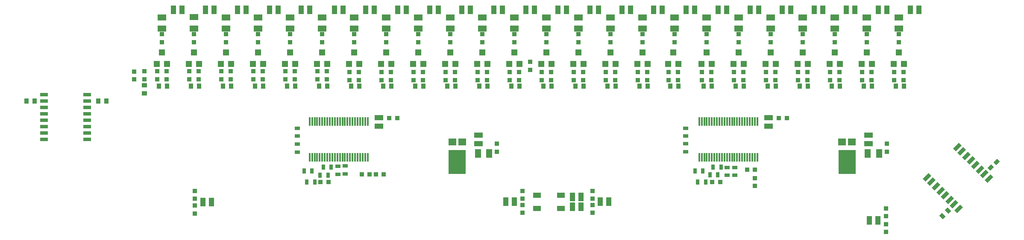
<source format=gtp>
G04*
G04 #@! TF.GenerationSoftware,Altium Limited,Altium Designer,19.0.4 (130)*
G04*
G04 Layer_Color=8421504*
%FSAX25Y25*%
%MOIN*%
G70*
G01*
G75*
G04:AMPARAMS|DCode=22|XSize=39mil|YSize=32mil|CornerRadius=0mil|HoleSize=0mil|Usage=FLASHONLY|Rotation=45.000|XOffset=0mil|YOffset=0mil|HoleType=Round|Shape=Rectangle|*
%AMROTATEDRECTD22*
4,1,4,-0.00248,-0.02510,-0.02510,-0.00248,0.00248,0.02510,0.02510,0.00248,-0.00248,-0.02510,0.0*
%
%ADD22ROTATEDRECTD22*%

G04:AMPARAMS|DCode=23|XSize=64.96mil|YSize=29.92mil|CornerRadius=0mil|HoleSize=0mil|Usage=FLASHONLY|Rotation=225.000|XOffset=0mil|YOffset=0mil|HoleType=Round|Shape=Rectangle|*
%AMROTATEDRECTD23*
4,1,4,0.01239,0.03355,0.03355,0.01239,-0.01239,-0.03355,-0.03355,-0.01239,0.01239,0.03355,0.0*
%
%ADD23ROTATEDRECTD23*%

%ADD24R,0.01181X0.07087*%
%ADD25R,0.06496X0.02992*%
%ADD26R,0.03800X0.03500*%
%ADD27R,0.03200X0.03900*%
G04:AMPARAMS|DCode=28|XSize=39mil|YSize=32mil|CornerRadius=0mil|HoleSize=0mil|Usage=FLASHONLY|Rotation=315.000|XOffset=0mil|YOffset=0mil|HoleType=Round|Shape=Rectangle|*
%AMROTATEDRECTD28*
4,1,4,-0.02510,0.00248,-0.00248,0.02510,0.02510,-0.00248,0.00248,-0.02510,-0.02510,0.00248,0.0*
%
%ADD28ROTATEDRECTD28*%

%ADD29R,0.04400X0.06600*%
%ADD30R,0.06000X0.05512*%
%ADD31R,0.13228X0.19134*%
%ADD32R,0.04000X0.03000*%
%ADD33R,0.07000X0.04500*%
%ADD34R,0.04500X0.07000*%
%ADD35R,0.06600X0.04400*%
%ADD36R,0.03500X0.03800*%
%ADD37R,0.06000X0.04000*%
%ADD38R,0.03900X0.03200*%
%ADD39R,0.03000X0.04000*%
%ADD40R,0.04500X0.05000*%
D22*
X0914227Y0067127D02*
D03*
X0909773Y0062673D02*
D03*
D23*
X0908420Y0054171D02*
D03*
X0884729Y0030480D02*
D03*
X0881193Y0034016D02*
D03*
X0877658Y0037551D02*
D03*
X0874122Y0041087D02*
D03*
X0870587Y0044622D02*
D03*
X0867051Y0048158D02*
D03*
X0863516Y0051693D02*
D03*
X0859980Y0055229D02*
D03*
X0883671Y0078920D02*
D03*
X0887207Y0075384D02*
D03*
X0890742Y0071849D02*
D03*
X0894278Y0068313D02*
D03*
X0897813Y0064778D02*
D03*
X0901349Y0061242D02*
D03*
X0904884Y0057707D02*
D03*
D24*
X0421610Y0070890D02*
D03*
X0423579Y0098843D02*
D03*
X0421610D02*
D03*
X0419642D02*
D03*
X0417673D02*
D03*
X0415705D02*
D03*
X0413736D02*
D03*
X0411768D02*
D03*
X0409799D02*
D03*
X0407831D02*
D03*
X0405862D02*
D03*
X0403894D02*
D03*
X0401925D02*
D03*
X0399957D02*
D03*
X0397988D02*
D03*
X0396020D02*
D03*
X0394051D02*
D03*
X0392083D02*
D03*
X0390114D02*
D03*
X0388146D02*
D03*
X0386177D02*
D03*
X0384209D02*
D03*
X0382240D02*
D03*
X0380272D02*
D03*
X0378303D02*
D03*
Y0070890D02*
D03*
X0380272D02*
D03*
X0382240D02*
D03*
X0384209D02*
D03*
X0386177D02*
D03*
X0388146D02*
D03*
X0390114D02*
D03*
X0392083D02*
D03*
X0394051D02*
D03*
X0396020D02*
D03*
X0397988D02*
D03*
X0399957D02*
D03*
X0401925D02*
D03*
X0403894D02*
D03*
X0405862D02*
D03*
X0407831D02*
D03*
X0409799D02*
D03*
X0411768D02*
D03*
X0413736D02*
D03*
X0415705D02*
D03*
X0417673D02*
D03*
X0419642D02*
D03*
X0423579D02*
D03*
X0727579D02*
D03*
X0725610D02*
D03*
X0723642D02*
D03*
X0721673D02*
D03*
X0719705D02*
D03*
X0717736D02*
D03*
X0715768D02*
D03*
X0713799D02*
D03*
X0711831D02*
D03*
X0709862D02*
D03*
X0707894D02*
D03*
X0705925D02*
D03*
X0703957D02*
D03*
X0701988D02*
D03*
X0700020D02*
D03*
X0698051D02*
D03*
X0696083D02*
D03*
X0694114D02*
D03*
X0692146D02*
D03*
X0690177D02*
D03*
X0688209D02*
D03*
X0686240D02*
D03*
X0684272D02*
D03*
X0682303D02*
D03*
Y0098843D02*
D03*
X0684272D02*
D03*
X0686240D02*
D03*
X0688209D02*
D03*
X0690177D02*
D03*
X0692146D02*
D03*
X0694114D02*
D03*
X0696083D02*
D03*
X0698051D02*
D03*
X0700020D02*
D03*
X0701988D02*
D03*
X0703957D02*
D03*
X0705925D02*
D03*
X0707894D02*
D03*
X0709862D02*
D03*
X0711831D02*
D03*
X0713799D02*
D03*
X0715768D02*
D03*
X0717736D02*
D03*
X0719705D02*
D03*
X0721673D02*
D03*
X0723642D02*
D03*
X0725610D02*
D03*
X0727579D02*
D03*
D25*
X0171148Y0109900D02*
D03*
X0204652Y0119900D02*
D03*
Y0114900D02*
D03*
Y0109900D02*
D03*
Y0104900D02*
D03*
Y0099900D02*
D03*
Y0094900D02*
D03*
Y0089900D02*
D03*
Y0084900D02*
D03*
X0171148D02*
D03*
Y0089900D02*
D03*
Y0094900D02*
D03*
Y0099900D02*
D03*
Y0104900D02*
D03*
Y0114900D02*
D03*
Y0119900D02*
D03*
D26*
X0288701Y0026900D02*
D03*
X0828100Y0024650D02*
D03*
Y0030850D02*
D03*
Y0012350D02*
D03*
Y0018550D02*
D03*
X0288701Y0033100D02*
D03*
Y0038400D02*
D03*
Y0044600D02*
D03*
X0249500Y0131766D02*
D03*
Y0137966D02*
D03*
X0259260D02*
D03*
Y0131766D02*
D03*
X0266740D02*
D03*
Y0137966D02*
D03*
X0284283Y0137990D02*
D03*
Y0131790D02*
D03*
X0291764D02*
D03*
Y0137990D02*
D03*
X0309260Y0137966D02*
D03*
Y0131766D02*
D03*
X0316740D02*
D03*
Y0137966D02*
D03*
X0334260D02*
D03*
Y0131766D02*
D03*
X0341740D02*
D03*
Y0137966D02*
D03*
X0359260D02*
D03*
Y0131766D02*
D03*
X0366740D02*
D03*
Y0137966D02*
D03*
X0384260D02*
D03*
Y0131766D02*
D03*
X0391740D02*
D03*
Y0137966D02*
D03*
X0409260Y0137466D02*
D03*
Y0131266D02*
D03*
X0416740D02*
D03*
Y0137466D02*
D03*
X0434260D02*
D03*
Y0131266D02*
D03*
X0838000Y0166966D02*
D03*
Y0160766D02*
D03*
X0813000D02*
D03*
Y0166966D02*
D03*
X0788000D02*
D03*
Y0160766D02*
D03*
X0763000D02*
D03*
Y0166966D02*
D03*
X0738000D02*
D03*
Y0160766D02*
D03*
X0713000D02*
D03*
Y0166966D02*
D03*
X0688000D02*
D03*
Y0160766D02*
D03*
X0663000D02*
D03*
Y0166966D02*
D03*
X0638000D02*
D03*
Y0160766D02*
D03*
X0613000D02*
D03*
Y0166966D02*
D03*
X0588000D02*
D03*
Y0160766D02*
D03*
X0563000D02*
D03*
Y0166966D02*
D03*
X0550500Y0139266D02*
D03*
Y0145466D02*
D03*
X0841740Y0137466D02*
D03*
Y0131266D02*
D03*
X0834260D02*
D03*
Y0137466D02*
D03*
X0816740D02*
D03*
Y0131266D02*
D03*
X0809260D02*
D03*
Y0137466D02*
D03*
X0791740D02*
D03*
Y0131266D02*
D03*
X0784260D02*
D03*
Y0137466D02*
D03*
X0766740D02*
D03*
Y0131266D02*
D03*
X0759260D02*
D03*
Y0137466D02*
D03*
X0741740D02*
D03*
Y0131266D02*
D03*
X0734260D02*
D03*
Y0137466D02*
D03*
X0716740D02*
D03*
Y0131266D02*
D03*
X0709260D02*
D03*
Y0137466D02*
D03*
X0691740D02*
D03*
Y0131266D02*
D03*
X0684260D02*
D03*
Y0137466D02*
D03*
X0665740D02*
D03*
Y0131266D02*
D03*
X0658260D02*
D03*
Y0137466D02*
D03*
X0641740D02*
D03*
Y0131266D02*
D03*
X0634260D02*
D03*
Y0137466D02*
D03*
X0616740D02*
D03*
Y0131266D02*
D03*
X0609260D02*
D03*
Y0137466D02*
D03*
X0591740D02*
D03*
Y0131266D02*
D03*
X0584260D02*
D03*
Y0137466D02*
D03*
X0566740D02*
D03*
Y0131266D02*
D03*
X0559260D02*
D03*
Y0137466D02*
D03*
X0538000Y0160766D02*
D03*
Y0166966D02*
D03*
X0513000D02*
D03*
Y0160766D02*
D03*
X0488000D02*
D03*
Y0166966D02*
D03*
X0463000D02*
D03*
Y0160766D02*
D03*
X0438000D02*
D03*
Y0166966D02*
D03*
X0413000D02*
D03*
Y0160766D02*
D03*
X0388000D02*
D03*
Y0166966D02*
D03*
X0363000D02*
D03*
Y0160766D02*
D03*
X0338000D02*
D03*
Y0166966D02*
D03*
X0313000D02*
D03*
Y0160766D02*
D03*
X0288024Y0160790D02*
D03*
Y0166990D02*
D03*
X0263000Y0166966D02*
D03*
Y0160766D02*
D03*
X0241500Y0137931D02*
D03*
Y0131731D02*
D03*
X0541740Y0131266D02*
D03*
Y0137466D02*
D03*
X0534260D02*
D03*
Y0131266D02*
D03*
X0516740D02*
D03*
Y0137466D02*
D03*
X0509260D02*
D03*
Y0131266D02*
D03*
X0491740D02*
D03*
Y0137466D02*
D03*
X0484260D02*
D03*
Y0131266D02*
D03*
X0466740D02*
D03*
Y0137466D02*
D03*
X0459260D02*
D03*
Y0131266D02*
D03*
X0441740D02*
D03*
Y0137466D02*
D03*
X0725800Y0048400D02*
D03*
Y0054600D02*
D03*
X0544448Y0033600D02*
D03*
Y0027400D02*
D03*
Y0044600D02*
D03*
Y0038400D02*
D03*
X0828614Y0081466D02*
D03*
Y0075266D02*
D03*
X0524500Y0075266D02*
D03*
Y0081466D02*
D03*
X0599100Y0027400D02*
D03*
Y0033600D02*
D03*
Y0044600D02*
D03*
Y0038400D02*
D03*
D27*
X0163650Y0114900D02*
D03*
X0157350D02*
D03*
X0219650D02*
D03*
X0213350D02*
D03*
X0835790Y0126366D02*
D03*
X0842090D02*
D03*
X0817090D02*
D03*
X0810790D02*
D03*
X0785790D02*
D03*
X0792090D02*
D03*
X0767090D02*
D03*
X0760790D02*
D03*
X0735790D02*
D03*
X0742090D02*
D03*
X0717090D02*
D03*
X0710790D02*
D03*
X0685790D02*
D03*
X0692090D02*
D03*
X0666090D02*
D03*
X0659790D02*
D03*
X0635790D02*
D03*
X0642090D02*
D03*
X0617090D02*
D03*
X0610790D02*
D03*
X0585790D02*
D03*
X0592090D02*
D03*
X0567090D02*
D03*
X0560790D02*
D03*
X0535790D02*
D03*
X0542090D02*
D03*
X0517090D02*
D03*
X0510790D02*
D03*
X0485790D02*
D03*
X0492090D02*
D03*
X0467090D02*
D03*
X0460790D02*
D03*
X0435790D02*
D03*
X0442090D02*
D03*
X0417090D02*
D03*
X0410790D02*
D03*
X0385790D02*
D03*
X0392090D02*
D03*
X0367090D02*
D03*
X0360790D02*
D03*
X0335790D02*
D03*
X0342090D02*
D03*
X0317090D02*
D03*
X0310790D02*
D03*
X0285814Y0126390D02*
D03*
X0292114D02*
D03*
X0267090Y0126366D02*
D03*
X0260790D02*
D03*
D28*
X0871901Y0024673D02*
D03*
X0876356Y0029128D02*
D03*
D29*
X0815158Y0021600D02*
D03*
X0821842D02*
D03*
X0294917Y0035750D02*
D03*
X0301600D02*
D03*
X0278842Y0186000D02*
D03*
X0272158D02*
D03*
X0297158D02*
D03*
X0303842D02*
D03*
X0328842D02*
D03*
X0322158D02*
D03*
X0347158D02*
D03*
X0353842D02*
D03*
X0378342D02*
D03*
X0371658D02*
D03*
X0397658D02*
D03*
X0404342D02*
D03*
X0428842D02*
D03*
X0422158D02*
D03*
X0447158D02*
D03*
X0453842D02*
D03*
X0478842D02*
D03*
X0472158D02*
D03*
X0497158D02*
D03*
X0503842D02*
D03*
X0528842D02*
D03*
X0522158D02*
D03*
X0547158D02*
D03*
X0553842D02*
D03*
X0578842D02*
D03*
X0572158D02*
D03*
X0597158D02*
D03*
X0603842D02*
D03*
X0628842D02*
D03*
X0622158D02*
D03*
X0646658D02*
D03*
X0653342D02*
D03*
X0678842D02*
D03*
X0672158D02*
D03*
X0696895D02*
D03*
X0703578D02*
D03*
X0728842D02*
D03*
X0722158D02*
D03*
X0747158D02*
D03*
X0753842D02*
D03*
X0778842D02*
D03*
X0772158D02*
D03*
X0797158D02*
D03*
X0803842D02*
D03*
X0828842D02*
D03*
X0822158D02*
D03*
X0847158D02*
D03*
X0853842D02*
D03*
X0538042Y0036100D02*
D03*
X0531358D02*
D03*
X0611875Y0036000D02*
D03*
X0605191D02*
D03*
X0589942Y0032079D02*
D03*
X0583258D02*
D03*
Y0039921D02*
D03*
X0589942D02*
D03*
D30*
X0801446Y0082744D02*
D03*
X0793674D02*
D03*
X0497331Y0082744D02*
D03*
X0489560D02*
D03*
D31*
X0797560Y0067067D02*
D03*
X0493446Y0067067D02*
D03*
D32*
X0671750Y0087366D02*
D03*
Y0093466D02*
D03*
X0368800Y0087366D02*
D03*
Y0093466D02*
D03*
X0671866Y0075223D02*
D03*
Y0081323D02*
D03*
X0368800Y0081050D02*
D03*
Y0074950D02*
D03*
X0704100Y0056750D02*
D03*
Y0062850D02*
D03*
X0400300Y0063650D02*
D03*
Y0057550D02*
D03*
X0710000Y0056850D02*
D03*
Y0062950D02*
D03*
X0405933Y0064050D02*
D03*
Y0057950D02*
D03*
D33*
X0838000Y0171451D02*
D03*
Y0180281D02*
D03*
X0813000D02*
D03*
Y0171451D02*
D03*
X0788000D02*
D03*
Y0180281D02*
D03*
X0763000D02*
D03*
Y0171451D02*
D03*
X0738000D02*
D03*
Y0180281D02*
D03*
X0713000D02*
D03*
Y0171451D02*
D03*
X0687984D02*
D03*
Y0180281D02*
D03*
X0663000D02*
D03*
Y0171451D02*
D03*
X0638000D02*
D03*
Y0180281D02*
D03*
X0613000D02*
D03*
Y0171451D02*
D03*
X0588000D02*
D03*
Y0180281D02*
D03*
X0563000D02*
D03*
Y0171451D02*
D03*
X0538000D02*
D03*
Y0180281D02*
D03*
X0513000D02*
D03*
Y0171451D02*
D03*
X0488000D02*
D03*
Y0180281D02*
D03*
X0463000D02*
D03*
Y0171451D02*
D03*
X0438000D02*
D03*
Y0180281D02*
D03*
X0413000D02*
D03*
Y0171451D02*
D03*
X0388000D02*
D03*
Y0180281D02*
D03*
X0363000D02*
D03*
Y0171451D02*
D03*
X0338000D02*
D03*
Y0180281D02*
D03*
X0313000D02*
D03*
Y0171451D02*
D03*
X0288039Y0171474D02*
D03*
Y0180305D02*
D03*
X0263000Y0180281D02*
D03*
Y0171451D02*
D03*
D34*
X0822619Y0073866D02*
D03*
X0813788D02*
D03*
X0509674Y0073866D02*
D03*
X0518504D02*
D03*
D35*
X0736531Y0101708D02*
D03*
Y0095024D02*
D03*
X0432500Y0095024D02*
D03*
Y0101708D02*
D03*
X0814266Y0088208D02*
D03*
Y0081524D02*
D03*
X0510152Y0081524D02*
D03*
Y0088208D02*
D03*
D36*
X0750608Y0101467D02*
D03*
X0744408D02*
D03*
X0440377Y0101467D02*
D03*
X0446576D02*
D03*
X0692500Y0051500D02*
D03*
X0698700D02*
D03*
X0393000D02*
D03*
X0386800D02*
D03*
X0725800Y0061000D02*
D03*
X0719600D02*
D03*
X0418900Y0057500D02*
D03*
X0425100D02*
D03*
X0429900D02*
D03*
X0436100D02*
D03*
D37*
X0555801Y0041150D02*
D03*
Y0030850D02*
D03*
X0574399D02*
D03*
Y0041150D02*
D03*
D38*
X0249500Y0120698D02*
D03*
Y0126998D02*
D03*
D39*
X0696850Y0057200D02*
D03*
X0690750D02*
D03*
X0386541Y0056876D02*
D03*
X0392640D02*
D03*
X0681167Y0051500D02*
D03*
X0687267D02*
D03*
X0382267D02*
D03*
X0376167D02*
D03*
X0678950Y0060000D02*
D03*
X0685050D02*
D03*
X0380050D02*
D03*
X0373950D02*
D03*
X0693214Y0063066D02*
D03*
X0699314D02*
D03*
X0395200Y0063066D02*
D03*
X0389100D02*
D03*
D40*
X0259010Y0143839D02*
D03*
X0266990D02*
D03*
X0263000Y0152894D02*
D03*
X0288024Y0152917D02*
D03*
X0292014Y0143862D02*
D03*
X0284033D02*
D03*
X0309010Y0143839D02*
D03*
X0316990D02*
D03*
X0313000Y0152894D02*
D03*
X0838000D02*
D03*
X0841990Y0143839D02*
D03*
X0834010D02*
D03*
X0809010D02*
D03*
X0816990D02*
D03*
X0813000Y0152894D02*
D03*
X0788000D02*
D03*
X0791990Y0143839D02*
D03*
X0784010D02*
D03*
X0759010D02*
D03*
X0766990D02*
D03*
X0763000Y0152894D02*
D03*
X0738000D02*
D03*
X0741990Y0143839D02*
D03*
X0734010D02*
D03*
X0709010D02*
D03*
X0716990D02*
D03*
X0713000Y0152894D02*
D03*
X0688000D02*
D03*
X0691990Y0143839D02*
D03*
X0684010D02*
D03*
X0658010D02*
D03*
X0665990D02*
D03*
X0662000Y0152894D02*
D03*
X0638000D02*
D03*
X0641990Y0143839D02*
D03*
X0634010D02*
D03*
X0609010D02*
D03*
X0616990D02*
D03*
X0613000Y0152894D02*
D03*
X0588000D02*
D03*
X0591990Y0143839D02*
D03*
X0584010D02*
D03*
X0559010D02*
D03*
X0566990D02*
D03*
X0563000Y0152894D02*
D03*
X0538000D02*
D03*
X0541990Y0143839D02*
D03*
X0534010D02*
D03*
X0509010D02*
D03*
X0516990D02*
D03*
X0513000Y0152894D02*
D03*
X0488000D02*
D03*
X0491990Y0143839D02*
D03*
X0484010D02*
D03*
X0459010D02*
D03*
X0466990D02*
D03*
X0463000Y0152894D02*
D03*
X0438000D02*
D03*
X0441990Y0143839D02*
D03*
X0434010D02*
D03*
X0409010D02*
D03*
X0416990D02*
D03*
X0413000Y0152894D02*
D03*
X0388000D02*
D03*
X0391990Y0143839D02*
D03*
X0384010D02*
D03*
X0359010D02*
D03*
X0366990D02*
D03*
X0363000Y0152894D02*
D03*
X0338000D02*
D03*
X0341990Y0143839D02*
D03*
X0334010D02*
D03*
M02*

</source>
